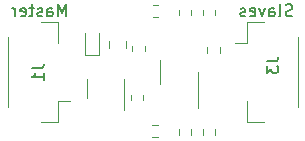
<source format=gbr>
%TF.GenerationSoftware,KiCad,Pcbnew,7.0.7-7.0.7~ubuntu23.04.1*%
%TF.CreationDate,2023-10-02T10:14:17+00:00*%
%TF.ProjectId,TFI2CEXT01,54464932-4345-4585-9430-312e6b696361,REV*%
%TF.SameCoordinates,PX78dfd90PY8290510*%
%TF.FileFunction,Legend,Bot*%
%TF.FilePolarity,Positive*%
%FSLAX46Y46*%
G04 Gerber Fmt 4.6, Leading zero omitted, Abs format (unit mm)*
G04 Created by KiCad (PCBNEW 7.0.7-7.0.7~ubuntu23.04.1) date 2023-10-02 10:14:17*
%MOMM*%
%LPD*%
G01*
G04 APERTURE LIST*
%ADD10C,0.150000*%
%ADD11C,0.120000*%
G04 APERTURE END LIST*
D10*
X-102433715Y149198800D02*
X-102576572Y149151180D01*
X-102576572Y149151180D02*
X-102814667Y149151180D01*
X-102814667Y149151180D02*
X-102909905Y149198800D01*
X-102909905Y149198800D02*
X-102957524Y149246419D01*
X-102957524Y149246419D02*
X-103005143Y149341657D01*
X-103005143Y149341657D02*
X-103005143Y149436895D01*
X-103005143Y149436895D02*
X-102957524Y149532133D01*
X-102957524Y149532133D02*
X-102909905Y149579752D01*
X-102909905Y149579752D02*
X-102814667Y149627371D01*
X-102814667Y149627371D02*
X-102624191Y149674990D01*
X-102624191Y149674990D02*
X-102528953Y149722609D01*
X-102528953Y149722609D02*
X-102481334Y149770228D01*
X-102481334Y149770228D02*
X-102433715Y149865466D01*
X-102433715Y149865466D02*
X-102433715Y149960704D01*
X-102433715Y149960704D02*
X-102481334Y150055942D01*
X-102481334Y150055942D02*
X-102528953Y150103561D01*
X-102528953Y150103561D02*
X-102624191Y150151180D01*
X-102624191Y150151180D02*
X-102862286Y150151180D01*
X-102862286Y150151180D02*
X-103005143Y150103561D01*
X-103576572Y149151180D02*
X-103481334Y149198800D01*
X-103481334Y149198800D02*
X-103433715Y149294038D01*
X-103433715Y149294038D02*
X-103433715Y150151180D01*
X-104386096Y149151180D02*
X-104386096Y149674990D01*
X-104386096Y149674990D02*
X-104338477Y149770228D01*
X-104338477Y149770228D02*
X-104243239Y149817847D01*
X-104243239Y149817847D02*
X-104052763Y149817847D01*
X-104052763Y149817847D02*
X-103957525Y149770228D01*
X-104386096Y149198800D02*
X-104290858Y149151180D01*
X-104290858Y149151180D02*
X-104052763Y149151180D01*
X-104052763Y149151180D02*
X-103957525Y149198800D01*
X-103957525Y149198800D02*
X-103909906Y149294038D01*
X-103909906Y149294038D02*
X-103909906Y149389276D01*
X-103909906Y149389276D02*
X-103957525Y149484514D01*
X-103957525Y149484514D02*
X-104052763Y149532133D01*
X-104052763Y149532133D02*
X-104290858Y149532133D01*
X-104290858Y149532133D02*
X-104386096Y149579752D01*
X-104767049Y149817847D02*
X-105005144Y149151180D01*
X-105005144Y149151180D02*
X-105243239Y149817847D01*
X-106005144Y149198800D02*
X-105909906Y149151180D01*
X-105909906Y149151180D02*
X-105719430Y149151180D01*
X-105719430Y149151180D02*
X-105624192Y149198800D01*
X-105624192Y149198800D02*
X-105576573Y149294038D01*
X-105576573Y149294038D02*
X-105576573Y149674990D01*
X-105576573Y149674990D02*
X-105624192Y149770228D01*
X-105624192Y149770228D02*
X-105719430Y149817847D01*
X-105719430Y149817847D02*
X-105909906Y149817847D01*
X-105909906Y149817847D02*
X-106005144Y149770228D01*
X-106005144Y149770228D02*
X-106052763Y149674990D01*
X-106052763Y149674990D02*
X-106052763Y149579752D01*
X-106052763Y149579752D02*
X-105576573Y149484514D01*
X-106433716Y149198800D02*
X-106528954Y149151180D01*
X-106528954Y149151180D02*
X-106719430Y149151180D01*
X-106719430Y149151180D02*
X-106814668Y149198800D01*
X-106814668Y149198800D02*
X-106862287Y149294038D01*
X-106862287Y149294038D02*
X-106862287Y149341657D01*
X-106862287Y149341657D02*
X-106814668Y149436895D01*
X-106814668Y149436895D02*
X-106719430Y149484514D01*
X-106719430Y149484514D02*
X-106576573Y149484514D01*
X-106576573Y149484514D02*
X-106481335Y149532133D01*
X-106481335Y149532133D02*
X-106433716Y149627371D01*
X-106433716Y149627371D02*
X-106433716Y149674990D01*
X-106433716Y149674990D02*
X-106481335Y149770228D01*
X-106481335Y149770228D02*
X-106576573Y149817847D01*
X-106576573Y149817847D02*
X-106719430Y149817847D01*
X-106719430Y149817847D02*
X-106814668Y149770228D01*
X-121610715Y149151180D02*
X-121610715Y150151180D01*
X-121610715Y150151180D02*
X-121944048Y149436895D01*
X-121944048Y149436895D02*
X-122277381Y150151180D01*
X-122277381Y150151180D02*
X-122277381Y149151180D01*
X-123182143Y149151180D02*
X-123182143Y149674990D01*
X-123182143Y149674990D02*
X-123134524Y149770228D01*
X-123134524Y149770228D02*
X-123039286Y149817847D01*
X-123039286Y149817847D02*
X-122848810Y149817847D01*
X-122848810Y149817847D02*
X-122753572Y149770228D01*
X-123182143Y149198800D02*
X-123086905Y149151180D01*
X-123086905Y149151180D02*
X-122848810Y149151180D01*
X-122848810Y149151180D02*
X-122753572Y149198800D01*
X-122753572Y149198800D02*
X-122705953Y149294038D01*
X-122705953Y149294038D02*
X-122705953Y149389276D01*
X-122705953Y149389276D02*
X-122753572Y149484514D01*
X-122753572Y149484514D02*
X-122848810Y149532133D01*
X-122848810Y149532133D02*
X-123086905Y149532133D01*
X-123086905Y149532133D02*
X-123182143Y149579752D01*
X-123610715Y149198800D02*
X-123705953Y149151180D01*
X-123705953Y149151180D02*
X-123896429Y149151180D01*
X-123896429Y149151180D02*
X-123991667Y149198800D01*
X-123991667Y149198800D02*
X-124039286Y149294038D01*
X-124039286Y149294038D02*
X-124039286Y149341657D01*
X-124039286Y149341657D02*
X-123991667Y149436895D01*
X-123991667Y149436895D02*
X-123896429Y149484514D01*
X-123896429Y149484514D02*
X-123753572Y149484514D01*
X-123753572Y149484514D02*
X-123658334Y149532133D01*
X-123658334Y149532133D02*
X-123610715Y149627371D01*
X-123610715Y149627371D02*
X-123610715Y149674990D01*
X-123610715Y149674990D02*
X-123658334Y149770228D01*
X-123658334Y149770228D02*
X-123753572Y149817847D01*
X-123753572Y149817847D02*
X-123896429Y149817847D01*
X-123896429Y149817847D02*
X-123991667Y149770228D01*
X-124325001Y149817847D02*
X-124705953Y149817847D01*
X-124467858Y150151180D02*
X-124467858Y149294038D01*
X-124467858Y149294038D02*
X-124515477Y149198800D01*
X-124515477Y149198800D02*
X-124610715Y149151180D01*
X-124610715Y149151180D02*
X-124705953Y149151180D01*
X-125420239Y149198800D02*
X-125325001Y149151180D01*
X-125325001Y149151180D02*
X-125134525Y149151180D01*
X-125134525Y149151180D02*
X-125039287Y149198800D01*
X-125039287Y149198800D02*
X-124991668Y149294038D01*
X-124991668Y149294038D02*
X-124991668Y149674990D01*
X-124991668Y149674990D02*
X-125039287Y149770228D01*
X-125039287Y149770228D02*
X-125134525Y149817847D01*
X-125134525Y149817847D02*
X-125325001Y149817847D01*
X-125325001Y149817847D02*
X-125420239Y149770228D01*
X-125420239Y149770228D02*
X-125467858Y149674990D01*
X-125467858Y149674990D02*
X-125467858Y149579752D01*
X-125467858Y149579752D02*
X-124991668Y149484514D01*
X-125896430Y149151180D02*
X-125896430Y149817847D01*
X-125896430Y149627371D02*
X-125944049Y149722609D01*
X-125944049Y149722609D02*
X-125991668Y149770228D01*
X-125991668Y149770228D02*
X-126086906Y149817847D01*
X-126086906Y149817847D02*
X-126182144Y149817847D01*
X-124497181Y144732333D02*
X-123782896Y144732333D01*
X-123782896Y144732333D02*
X-123640039Y144779952D01*
X-123640039Y144779952D02*
X-123544800Y144875190D01*
X-123544800Y144875190D02*
X-123497181Y145018047D01*
X-123497181Y145018047D02*
X-123497181Y145113285D01*
X-123497181Y143732333D02*
X-123497181Y144303761D01*
X-123497181Y144018047D02*
X-124497181Y144018047D01*
X-124497181Y144018047D02*
X-124354324Y144113285D01*
X-124354324Y144113285D02*
X-124259086Y144208523D01*
X-124259086Y144208523D02*
X-124211467Y144303761D01*
X-104608981Y145341933D02*
X-103894696Y145341933D01*
X-103894696Y145341933D02*
X-103751839Y145389552D01*
X-103751839Y145389552D02*
X-103656600Y145484790D01*
X-103656600Y145484790D02*
X-103608981Y145627647D01*
X-103608981Y145627647D02*
X-103608981Y145722885D01*
X-104608981Y144960980D02*
X-104608981Y144341933D01*
X-104608981Y144341933D02*
X-104228029Y144675266D01*
X-104228029Y144675266D02*
X-104228029Y144532409D01*
X-104228029Y144532409D02*
X-104180410Y144437171D01*
X-104180410Y144437171D02*
X-104132791Y144389552D01*
X-104132791Y144389552D02*
X-104037553Y144341933D01*
X-104037553Y144341933D02*
X-103799458Y144341933D01*
X-103799458Y144341933D02*
X-103704220Y144389552D01*
X-103704220Y144389552D02*
X-103656600Y144437171D01*
X-103656600Y144437171D02*
X-103608981Y144532409D01*
X-103608981Y144532409D02*
X-103608981Y144818123D01*
X-103608981Y144818123D02*
X-103656600Y144913361D01*
X-103656600Y144913361D02*
X-103704220Y144960980D01*
D11*
%TO.C,R4*%
X-113808742Y138923500D02*
X-114283258Y138923500D01*
X-113808742Y139968500D02*
X-114283258Y139968500D01*
%TO.C,U2*%
X-110394000Y144406000D02*
X-110394000Y141406000D01*
X-113634000Y145406000D02*
X-113634000Y143406000D01*
%TO.C,C2*%
X-116092500Y142028242D02*
X-116092500Y142502758D01*
X-115047500Y142028242D02*
X-115047500Y142502758D01*
%TO.C,D2*%
X-118780000Y145851000D02*
X-119980000Y145851000D01*
X-119980000Y147701000D02*
X-119980000Y145851000D01*
X-118780000Y147701000D02*
X-118780000Y145851000D01*
%TO.C,R5*%
X-109996500Y139081742D02*
X-109996500Y139556258D01*
X-108951500Y139081742D02*
X-108951500Y139556258D01*
%TO.C,C3*%
X-115965500Y146168242D02*
X-115965500Y146642758D01*
X-114920500Y146168242D02*
X-114920500Y146642758D01*
%TO.C,J1*%
X-123686000Y140171000D02*
X-122236000Y140171000D01*
X-122236000Y140171000D02*
X-122236000Y141971000D01*
X-126506000Y141441000D02*
X-126506000Y147371000D01*
X-122236000Y141971000D02*
X-121246000Y141971000D01*
X-123686000Y148641000D02*
X-122236000Y148641000D01*
X-122236000Y148641000D02*
X-122236000Y146841000D01*
%TO.C,U1*%
X-119797000Y143002000D02*
X-119797000Y142202000D01*
X-119797000Y143002000D02*
X-119797000Y143802000D01*
X-116677000Y143002000D02*
X-116677000Y141202000D01*
X-116677000Y143002000D02*
X-116677000Y143802000D01*
%TO.C,R1*%
X-113783242Y149083500D02*
X-114257758Y149083500D01*
X-113783242Y150128500D02*
X-114257758Y150128500D01*
%TO.C,R6*%
X-108951500Y149690758D02*
X-108951500Y149216242D01*
X-109996500Y149690758D02*
X-109996500Y149216242D01*
%TO.C,R2*%
X-112028500Y139081742D02*
X-112028500Y139556258D01*
X-110983500Y139081742D02*
X-110983500Y139556258D01*
%TO.C,R3*%
X-110983500Y149690758D02*
X-110983500Y149216242D01*
X-112028500Y149690758D02*
X-112028500Y149216242D01*
%TO.C,J3*%
X-104806000Y148641000D02*
X-106256000Y148641000D01*
X-106256000Y148641000D02*
X-106256000Y146841000D01*
X-101986000Y147371000D02*
X-101986000Y141441000D01*
X-106256000Y146841000D02*
X-107246000Y146841000D01*
X-104806000Y140171000D02*
X-106256000Y140171000D01*
X-106256000Y140171000D02*
X-106256000Y141971000D01*
%TO.C,C1*%
X-117956000Y146487248D02*
X-117956000Y147009752D01*
X-116486000Y146487248D02*
X-116486000Y147009752D01*
%TO.C,C4*%
X-109615500Y146066742D02*
X-109615500Y146541258D01*
X-108570500Y146066742D02*
X-108570500Y146541258D01*
%TD*%
M02*

</source>
